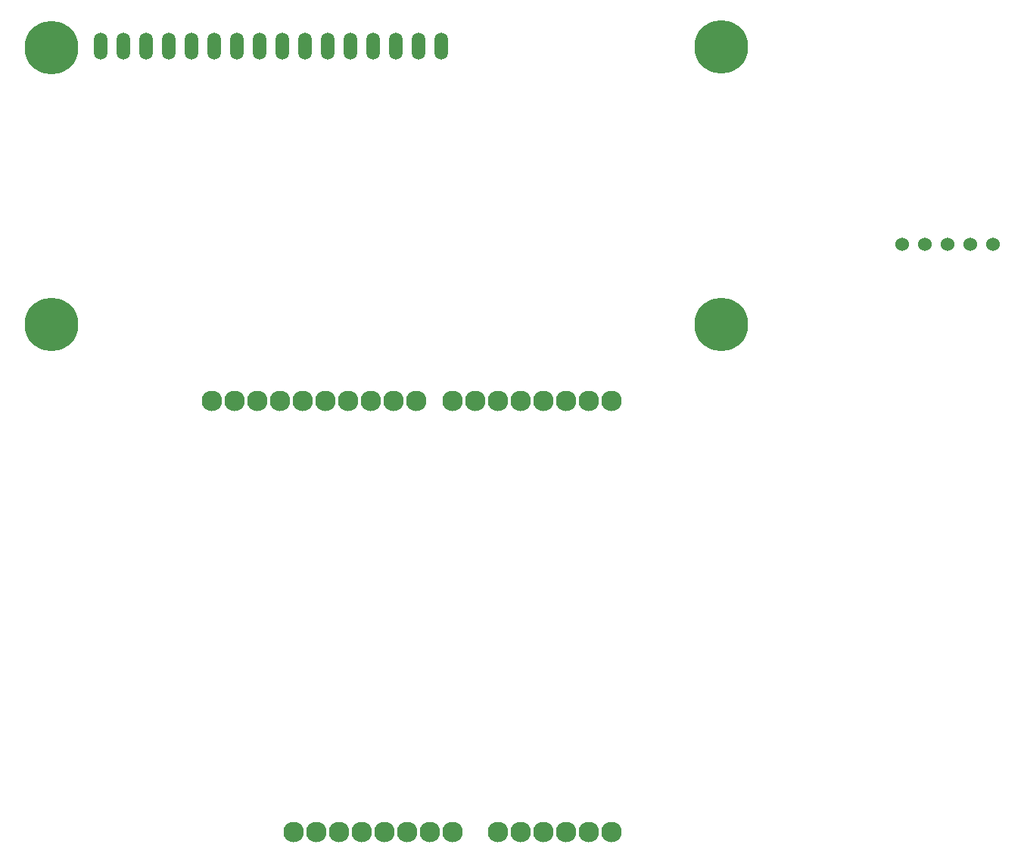
<source format=gbr>
G04*
G04 #@! TF.GenerationSoftware,Altium Limited,Altium Designer,25.1.2 (22)*
G04*
G04 Layer_Physical_Order=2*
G04 Layer_Color=16711680*
%FSLAX44Y44*%
%MOMM*%
G71*
G04*
G04 #@! TF.SameCoordinates,9535EB50-0258-4A23-84A0-ABDCE19BAB1E*
G04*
G04*
G04 #@! TF.FilePolarity,Positive*
G04*
G01*
G75*
%ADD30O,1.5080X3.0160*%
%ADD31C,6.0000*%
%ADD32C,1.5240*%
%ADD33C,2.3000*%
D30*
X367030Y1206500D02*
D03*
X392430D02*
D03*
X417830D02*
D03*
X443230D02*
D03*
X468630D02*
D03*
X494030D02*
D03*
X519430D02*
D03*
X544830D02*
D03*
X570230D02*
D03*
X595630D02*
D03*
X621030D02*
D03*
X646430D02*
D03*
X671830D02*
D03*
X697230D02*
D03*
X722630D02*
D03*
X748030D02*
D03*
D31*
X312030Y1204500D02*
D03*
X1062030Y1205500D02*
D03*
X312030Y894500D02*
D03*
X1062030D02*
D03*
D32*
X1365250Y984250D02*
D03*
X1339850D02*
D03*
X1263650D02*
D03*
X1289050D02*
D03*
X1314450D02*
D03*
D33*
X760810Y809020D02*
D03*
X786210D02*
D03*
X811610D02*
D03*
X837010D02*
D03*
X862410D02*
D03*
X887810D02*
D03*
X913210D02*
D03*
X938610D02*
D03*
X491570D02*
D03*
X516970D02*
D03*
X542370D02*
D03*
X567770D02*
D03*
X593170D02*
D03*
X618570D02*
D03*
X643970D02*
D03*
X669370D02*
D03*
X694770D02*
D03*
X720170D02*
D03*
X938610Y326420D02*
D03*
X913210D02*
D03*
X887810D02*
D03*
X862410D02*
D03*
X837010D02*
D03*
X811610D02*
D03*
X760810D02*
D03*
X735410D02*
D03*
X710010D02*
D03*
X684610D02*
D03*
X659210D02*
D03*
X633810D02*
D03*
X608410D02*
D03*
X583010D02*
D03*
M02*

</source>
